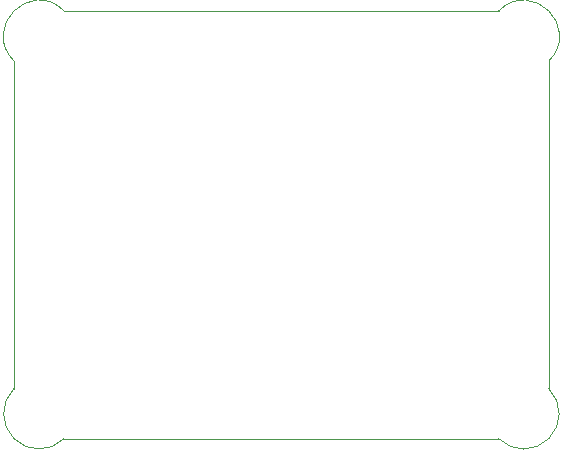
<source format=gbr>
%TF.GenerationSoftware,KiCad,Pcbnew,9.0.6*%
%TF.CreationDate,2026-01-01T00:57:53+05:30*%
%TF.ProjectId,fc,66632e6b-6963-4616-945f-706362585858,rev?*%
%TF.SameCoordinates,Original*%
%TF.FileFunction,Profile,NP*%
%FSLAX46Y46*%
G04 Gerber Fmt 4.6, Leading zero omitted, Abs format (unit mm)*
G04 Created by KiCad (PCBNEW 9.0.6) date 2026-01-01 00:57:53*
%MOMM*%
%LPD*%
G01*
G04 APERTURE LIST*
%TA.AperFunction,Profile*%
%ADD10C,0.100000*%
%TD*%
G04 APERTURE END LIST*
D10*
X130242640Y-117630000D02*
G75*
G02*
X126000000Y-113387360I-2121320J2121320D01*
G01*
X126000000Y-85652640D02*
G75*
G02*
X130242640Y-81410000I2121320J2121320D01*
G01*
X171280000Y-85652640D02*
X171280000Y-113387360D01*
X130242640Y-81410000D02*
X167037360Y-81410000D01*
X167037360Y-81410000D02*
G75*
G02*
X171280000Y-85652640I2121320J-2121320D01*
G01*
X126000000Y-85652640D02*
X126000000Y-113387360D01*
X130242640Y-117630000D02*
X167037360Y-117630000D01*
X171280000Y-113387360D02*
G75*
G02*
X167037360Y-117630000I-2121320J-2121320D01*
G01*
M02*

</source>
